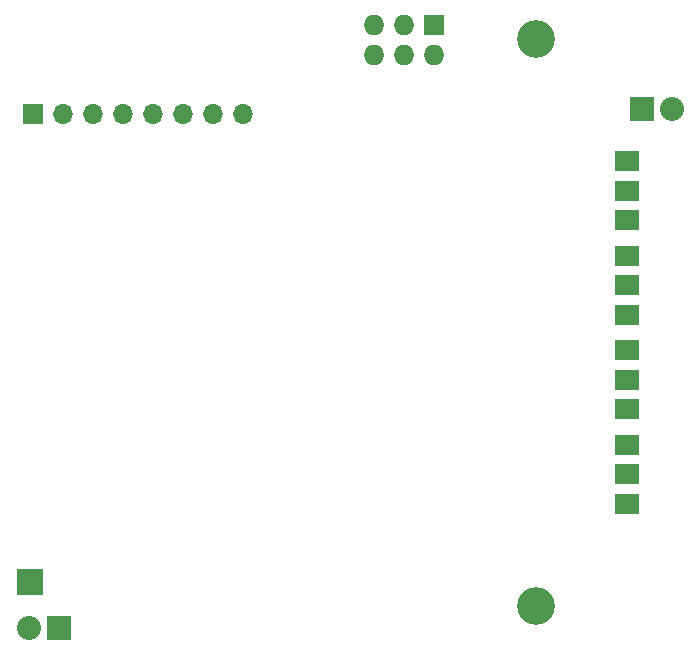
<source format=gbs>
G04 #@! TF.FileFunction,Soldermask,Bot*
%FSLAX46Y46*%
G04 Gerber Fmt 4.6, Leading zero omitted, Abs format (unit mm)*
G04 Created by KiCad (PCBNEW 4.0.2-4+6225~38~ubuntu14.04.1-stable) date Thu 05 Jan 2017 08:44:10 PM CET*
%MOMM*%
G01*
G04 APERTURE LIST*
%ADD10C,0.100000*%
%ADD11R,2.032000X2.032000*%
%ADD12O,2.032000X2.032000*%
%ADD13R,1.727200X1.727200*%
%ADD14O,1.727200X1.727200*%
%ADD15R,2.235200X2.235200*%
%ADD16C,3.200000*%
%ADD17R,2.000000X1.700000*%
%ADD18R,1.700000X1.700000*%
%ADD19O,1.700000X1.700000*%
G04 APERTURE END LIST*
D10*
D11*
X98679000Y-175768000D03*
D12*
X96139000Y-175768000D03*
D11*
X148031200Y-131775200D03*
D12*
X150571200Y-131775200D03*
D13*
X130429000Y-124714000D03*
D14*
X130429000Y-127254000D03*
X127889000Y-124714000D03*
X127889000Y-127254000D03*
X125349000Y-124714000D03*
X125349000Y-127254000D03*
D15*
X96266000Y-171831000D03*
D16*
X139086000Y-125860000D03*
X139086000Y-173860000D03*
D17*
X146812000Y-141224000D03*
X146812000Y-138724000D03*
X146812000Y-136224000D03*
X146812000Y-144224000D03*
X146812000Y-146724000D03*
X146812000Y-149224000D03*
X146812000Y-152224000D03*
X146812000Y-154724000D03*
X146812000Y-157224000D03*
X146812000Y-160224000D03*
X146812000Y-162724000D03*
X146812000Y-165224000D03*
D18*
X96520000Y-132207000D03*
D19*
X99060000Y-132207000D03*
X101600000Y-132207000D03*
X104140000Y-132207000D03*
X106680000Y-132207000D03*
X109220000Y-132207000D03*
X111760000Y-132207000D03*
X114300000Y-132207000D03*
M02*

</source>
